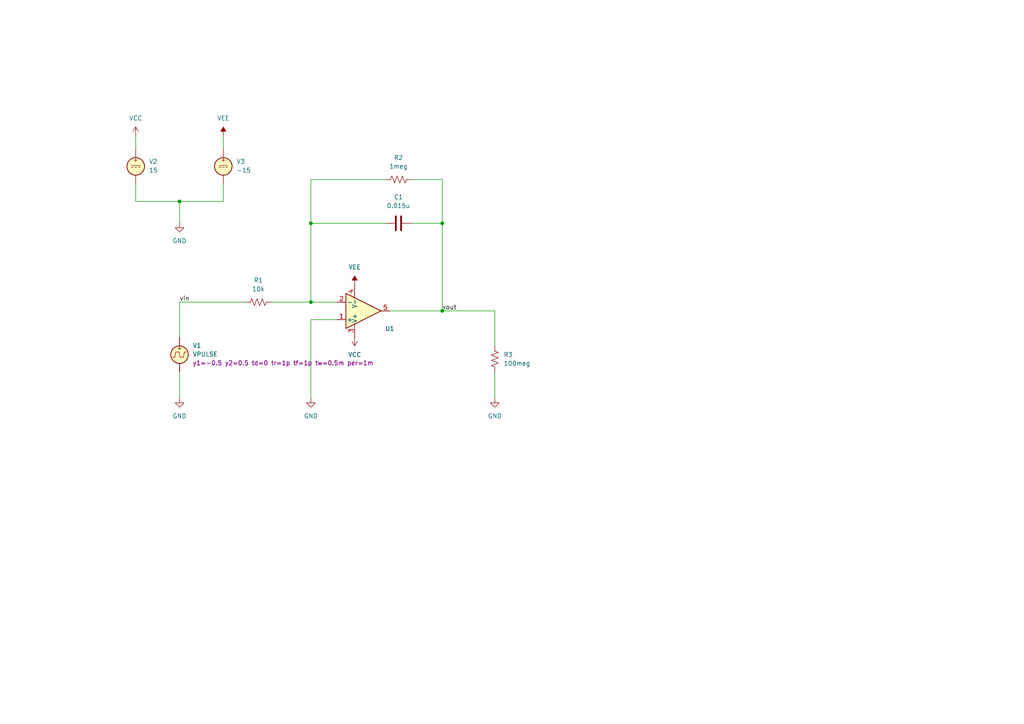
<source format=kicad_sch>
(kicad_sch (version 20250114) (generator "eeschema") (generator_version "9.0")
  (paper "A4")
  (lib_symbols
    (symbol "Device:C" (pin_numbers (hide yes)) (pin_names (offset 0.254))
      (property "Reference" "C" (at 0.635 2.54 0))
      (property "Value" "C" (at 0.635 -2.54 0))
      (symbol "C_0_1"
        (polyline (pts (xy -2.032 0.762) (xy 2.032 0.762)) (stroke (width 0.508)))
        (polyline (pts (xy -2.032 -0.762) (xy 2.032 -0.762)) (stroke (width 0.508)))
      )
      (symbol "C_1_1"
        (pin passive line (at 0 3.81 270) (length 2.794) (name "~") (number "1"))
        (pin passive line (at 0 -3.81 90) (length 2.794) (name "~") (number "2"))
      )
    )
    (symbol "Device:R_US" (pin_numbers (hide yes)) (pin_names (offset 0))
      (property "Reference" "R" (at 2.54 0 90))
      (property "Value" "R_US" (at -2.54 0 90))
      (symbol "R_US_0_1"
        (polyline (pts (xy 0 2.286) (xy 0 2.54)))
        (polyline (pts (xy 0 2.286) (xy 1.016 1.905) (xy 0 1.524) (xy -1.016 1.143) (xy 0 0.762)))
        (polyline (pts (xy 0 0.762) (xy 1.016 0.381) (xy 0 0) (xy -1.016 -0.381) (xy 0 -0.762)))
        (polyline (pts (xy 0 -0.762) (xy 1.016 -1.143) (xy 0 -1.524) (xy -1.016 -1.905) (xy 0 -2.286)))
        (polyline (pts (xy 0 -2.286) (xy 0 -2.54)))
      )
      (symbol "R_US_1_1"
        (pin passive line (at 0 3.81 270) (length 1.27) (name "~") (number "1"))
        (pin passive line (at 0 -3.81 90) (length 1.27) (name "~") (number "2"))
      )
    )
    (symbol "Simulation_SPICE:OPAMP" (pin_names (offset 0.254))
      (property "Reference" "U" (at 3.81 3.175 0))
      (property "Value" "${SIM.PARAMS}" (at 3.81 -3.175 0))
      (symbol "OPAMP_0_1"
        (polyline (pts (xy 5.08 0) (xy -5.08 5.08) (xy -5.08 -5.08) (xy 5.08 0)) (stroke (width 0.254)) (fill (type background)))
      )
      (symbol "OPAMP_1_1"
        (pin input line (at -7.62 2.54 0) (length 2.54) (name "+") (number "1"))
        (pin input line (at -7.62 -2.54 0) (length 2.54) (name "-") (number "2"))
        (pin power_in line (at -2.54 7.62 270) (length 3.81) (name "V+") (number "3"))
        (pin power_in line (at -2.54 -7.62 90) (length 3.81) (name "V-") (number "4"))
        (pin output line (at 7.62 0 180) (length 2.54) (name "~") (number "5"))
      )
    )
    (symbol "Simulation_SPICE:VDC" (pin_numbers (hide yes)) (pin_names (offset 0.0254))
      (property "Reference" "V" (at 2.54 2.54 0))
      (property "Value" "1" (at 2.54 0 0))
      (symbol "VDC_0_0"
        (polyline (pts (xy -1.27 0.254) (xy 1.27 0.254)))
        (polyline (pts (xy -0.762 -0.254) (xy -1.27 -0.254)))
        (polyline (pts (xy 0.254 -0.254) (xy -0.254 -0.254)))
        (polyline (pts (xy 1.27 -0.254) (xy 0.762 -0.254)))
        (text "+" (at 0 1.905 0) (effects (font (size 1.27 1.27))))
      )
      (symbol "VDC_0_1"
        (circle (center 0 0) (radius 2.54) (stroke (width 0.254)) (fill (type background)))
      )
      (symbol "VDC_1_1"
        (pin passive line (at 0 5.08 270) (length 2.54) (name "~") (number "1"))
        (pin passive line (at 0 -5.08 90) (length 2.54) (name "~") (number "2"))
      )
    )
    (symbol "Simulation_SPICE:VPULSE" (pin_numbers (hide yes)) (pin_names (offset 0.0254))
      (property "Reference" "V" (at 2.54 2.54 0))
      (property "Value" "VPULSE" (at 2.54 0 0))
      (property "Sim.Params" "y1=0 y2=1 td=2n tr=2n tf=2n tw=50n per=100n" (at 2.54 -2.54 0))
      (symbol "VPULSE_0_0"
        (polyline (pts (xy -2.032 -0.762) (xy -1.397 -0.762) (xy -1.143 0.762) (xy -0.127 0.762) (xy 0.127 -0.762) (xy 1.143 -0.762) (xy 1.397 0.762) (xy 2.032 0.762)))
        (text "+" (at 0 1.905 0) (effects (font (size 1.27 1.27))))
      )
      (symbol "VPULSE_0_1"
        (circle (center 0 0) (radius 2.54) (stroke (width 0.254)) (fill (type background)))
      )
      (symbol "VPULSE_1_1"
        (pin passive line (at 0 5.08 270) (length 2.54) (name "~") (number "1"))
        (pin passive line (at 0 -5.08 90) (length 2.54) (name "~") (number "2"))
      )
    )
    (symbol "power:GND" (power) (pin_numbers (hide yes)) (pin_names (offset 0) (hide yes))
      (property "Value" "GND" (at 0 -3.81 0))
      (symbol "GND_0_1"
        (polyline (pts (xy 0 0) (xy 0 -1.27) (xy 1.27 -1.27) (xy 0 -2.54) (xy -1.27 -1.27) (xy 0 -1.27)))
      )
      (symbol "GND_1_1"
        (pin power_in line (at 0 0 270) (length 0) (name "~") (number "1"))
      )
    )
    (symbol "power:VCC" (power) (pin_numbers (hide yes)) (pin_names (offset 0) (hide yes))
      (property "Value" "VCC" (at 0 3.556 0))
      (symbol "VCC_0_1"
        (polyline (pts (xy -0.762 1.27) (xy 0 2.54)))
        (polyline (pts (xy 0 2.54) (xy 0.762 1.27)))
        (polyline (pts (xy 0 0) (xy 0 2.54)))
      )
      (symbol "VCC_1_1"
        (pin power_in line (at 0 0 90) (length 0) (name "~") (number "1"))
      )
    )
    (symbol "power:VEE" (power) (pin_numbers (hide yes)) (pin_names (offset 0) (hide yes))
      (property "Value" "VEE" (at 0 3.556 0))
      (symbol "VEE_0_1"
        (polyline (pts (xy 0 0) (xy 0 2.54)))
        (polyline (pts (xy 0.762 1.27) (xy -0.762 1.27) (xy 0 2.54) (xy 0.762 1.27)) (fill (type outline)))
      )
      (symbol "VEE_1_1"
        (pin power_in line (at 0 0 90) (length 0) (name "~") (number "1"))
      )
    )
  )
  (junction (at 128.27 90.17))
  (junction (at 90.17 64.77))
  (junction (at 52.07 58.42))
  (junction (at 90.17 87.63))
  (junction (at 128.27 64.77))
  (wire (pts (xy 111.76 52.07) (xy 90.17 52.07)))
  (wire (pts (xy 39.37 53.34) (xy 39.37 58.42)))
  (wire (pts (xy 128.27 52.07) (xy 128.27 64.77)))
  (wire (pts (xy 119.38 64.77) (xy 128.27 64.77)))
  (wire (pts (xy 143.51 107.95) (xy 143.51 115.57)))
  (wire (pts (xy 78.74 87.63) (xy 90.17 87.63)))
  (wire (pts (xy 52.07 97.79) (xy 52.07 87.63)))
  (wire (pts (xy 39.37 58.42) (xy 52.07 58.42)))
  (wire (pts (xy 90.17 87.63) (xy 97.79 87.63)))
  (wire (pts (xy 52.07 58.42) (xy 64.77 58.42)))
  (wire (pts (xy 39.37 39.37) (xy 39.37 43.18)))
  (wire (pts (xy 119.38 52.07) (xy 128.27 52.07)))
  (wire (pts (xy 128.27 64.77) (xy 128.27 90.17)))
  (wire (pts (xy 90.17 64.77) (xy 90.17 87.63)))
  (wire (pts (xy 64.77 39.37) (xy 64.77 43.18)))
  (wire (pts (xy 143.51 90.17) (xy 128.27 90.17)))
  (wire (pts (xy 90.17 92.71) (xy 90.17 115.57)))
  (wire (pts (xy 52.07 107.95) (xy 52.07 115.57)))
  (wire (pts (xy 90.17 64.77) (xy 111.76 64.77)))
  (wire (pts (xy 143.51 100.33) (xy 143.51 90.17)))
  (wire (pts (xy 64.77 58.42) (xy 64.77 53.34)))
  (wire (pts (xy 90.17 92.71) (xy 97.79 92.71)))
  (wire (pts (xy 52.07 87.63) (xy 71.12 87.63)))
  (wire (pts (xy 52.07 64.77) (xy 52.07 58.42)))
  (wire (pts (xy 90.17 52.07) (xy 90.17 64.77)))
  (wire (pts (xy 128.27 90.17) (xy 113.03 90.17)))
  (label "vin" (at 52.07 87.63 0))
  (label "vout" (at 128.27 90.17 0))
  (symbol (lib_id "Simulation_SPICE:VDC") (at 39.37 48.26 0) (unit 1)
    (property "Reference" "V2" (at 43.18 46.8601 0) (effects (justify left)))
    (property "Value" "15" (at 43.18 49.4001 0) (effects (justify left)))
    (property "Datasheet" "https://ngspice.sourceforge.io/docs/ngspice-html-manual/manual.xhtml#sec_Independent_Sources_for" (effects (hide yes)))
    (property "Description" "Voltage source, DC" (effects (hide yes)))
    (property "Sim.Pins" "1=+ 2=-" (effects (hide yes)))
    (property "Sim.Type" "DC" (effects (hide yes)))
    (property "Sim.Device" "V" (effects (hide yes)))
  )
  (symbol (lib_id "power:VCC") (at 39.37 39.37 0) (unit 1)
    (property "Reference" "#PWR03" (effects (hide yes)))
    (property "Value" "VCC" (at 39.37 34.29 0))
    (property "Description" "Power symbol creates a global label with name \"VCC\"" (effects (hide yes)))
  )
  (symbol (lib_id "power:GND") (at 52.07 64.77 0) (unit 1)
    (property "Reference" "#PWR07" (effects (hide yes)))
    (property "Value" "GND" (at 52.07 69.85 0))
    (property "Description" "Power symbol creates a global label with name \"GND\" , ground" (effects (hide yes)))
  )
  (symbol (lib_id "Simulation_SPICE:VDC") (at 64.77 48.26 0) (unit 1)
    (property "Reference" "V3" (at 68.58 46.8601 0) (effects (justify left)))
    (property "Value" "-15" (at 68.58 49.4001 0) (effects (justify left)))
    (property "Datasheet" "https://ngspice.sourceforge.io/docs/ngspice-html-manual/manual.xhtml#sec_Independent_Sources_for" (effects (hide yes)))
    (property "Description" "Voltage source, DC" (effects (hide yes)))
    (property "Sim.Pins" "1=+ 2=-" (effects (hide yes)))
    (property "Sim.Type" "DC" (effects (hide yes)))
    (property "Sim.Device" "V" (effects (hide yes)))
  )
  (symbol (lib_id "Device:C") (at 115.57 64.77 90) (unit 1)
    (property "Reference" "C1" (at 115.57 57.15 90))
    (property "Value" "0.015u" (at 115.57 59.69 90))
    (property "Description" "Unpolarized capacitor" (effects (hide yes)))
  )
  (symbol (lib_id "power:VEE") (at 102.87 82.55 0) (unit 1)
    (property "Reference" "#PWR06" (effects (hide yes)))
    (property "Value" "VEE" (at 102.87 77.47 0))
    (property "Description" "Power symbol creates a global label with name \"VEE\"" (effects (hide yes)))
  )
  (symbol (lib_id "Device:R_US") (at 74.93 87.63 90) (unit 1)
    (property "Reference" "R1" (at 74.93 81.28 90))
    (property "Value" "10k" (at 74.93 83.82 90))
    (property "Description" "Resistor, US symbol" (effects (hide yes)))
  )
  (symbol (lib_id "power:GND") (at 90.17 115.57 0) (unit 1)
    (property "Reference" "#PWR02" (effects (hide yes)))
    (property "Value" "GND" (at 90.17 120.65 0))
    (property "Description" "Power symbol creates a global label with name \"GND\" , ground" (effects (hide yes)))
  )
  (symbol (lib_id "Simulation_SPICE:OPAMP") (at 105.41 90.17 0) (mirror x) (unit 1)
    (property "Reference" "U1" (at 113.03 95.3202 0))
    (property "Value" "${SIM.PARAMS}" (at 113.03 93.4151 0))
    (property "Datasheet" "https://ngspice.sourceforge.io/docs/ngspice-html-manual/manual.xhtml#sec__SUBCKT_Subcircuits" (effects (hide yes)))
    (property "Description" "Operational amplifier, single" (effects (hide yes)))
    (property "Sim.Pins" "1=1 2=2 3=3 4=4 5=5" (effects (hide yes)))
    (property "Sim.Device" "SUBCKT" (effects (hide yes)))
    (property "Sim.Library" "UA741.301.mod" (effects (hide yes)))
    (property "Sim.Name" "UA741" (effects (hide yes)))
  )
  (symbol (lib_id "Simulation_SPICE:VPULSE") (at 52.07 102.87 0) (unit 1)
    (property "Reference" "V1" (at 55.88 100.2001 0) (effects (justify left)))
    (property "Value" "VPULSE" (at 55.88 102.7401 0) (effects (justify left)))
    (property "Datasheet" "https://ngspice.sourceforge.io/docs/ngspice-html-manual/manual.xhtml#sec_Independent_Sources_for" (effects (hide yes)))
    (property "Description" "Voltage source, pulse" (effects (hide yes)))
    (property "Sim.Pins" "1=+ 2=-" (effects (hide yes)))
    (property "Sim.Type" "PULSE" (effects (hide yes)))
    (property "Sim.Device" "V" (effects (hide yes)))
    (property "Sim.Params" "y1=-0.5 y2=0.5 td=0 tr=1p tf=1p tw=0.5m per=1m" (at 55.88 105.2801 0) (effects (justify left)))
  )
  (symbol (lib_id "power:GND") (at 52.07 115.57 0) (unit 1)
    (property "Reference" "#PWR01" (effects (hide yes)))
    (property "Value" "GND" (at 52.07 120.65 0))
    (property "Description" "Power symbol creates a global label with name \"GND\" , ground" (effects (hide yes)))
  )
  (symbol (lib_id "power:VCC") (at 102.87 97.79 180) (unit 1)
    (property "Reference" "#PWR05" (effects (hide yes)))
    (property "Value" "VCC" (at 102.87 102.87 0))
    (property "Description" "Power symbol creates a global label with name \"VCC\"" (effects (hide yes)))
  )
  (symbol (lib_id "power:VEE") (at 64.77 39.37 0) (unit 1)
    (property "Reference" "#PWR04" (effects (hide yes)))
    (property "Value" "VEE" (at 64.77 34.29 0))
    (property "Description" "Power symbol creates a global label with name \"VEE\"" (effects (hide yes)))
  )
  (symbol (lib_id "power:GND") (at 143.51 115.57 0) (unit 1)
    (property "Reference" "#PWR08" (effects (hide yes)))
    (property "Value" "GND" (at 143.51 120.65 0))
    (property "Description" "Power symbol creates a global label with name \"GND\" , ground" (effects (hide yes)))
  )
  (symbol (lib_id "Device:R_US") (at 143.51 104.14 180) (unit 1)
    (property "Reference" "R3" (at 146.05 102.8699 0) (effects (justify right)))
    (property "Value" "100meg" (at 146.05 105.4099 0) (effects (justify right)))
    (property "Description" "Resistor, US symbol" (effects (hide yes)))
  )
  (symbol (lib_id "Device:R_US") (at 115.57 52.07 90) (unit 1)
    (property "Reference" "R2" (at 115.57 45.72 90))
    (property "Value" "1meg" (at 115.57 48.26 90))
    (property "Description" "Resistor, US symbol" (effects (hide yes)))
  )
)
</source>
